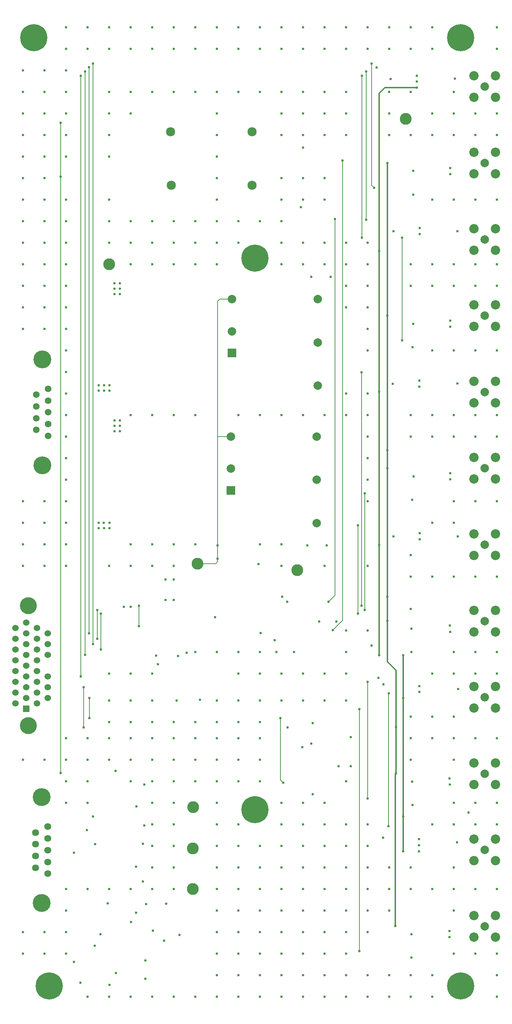
<source format=gbr>
%TF.GenerationSoftware,KiCad,Pcbnew,8.0.6*%
%TF.CreationDate,2025-05-14T12:37:58-04:00*%
%TF.ProjectId,TPC_Warm_Shaper,5450435f-5761-4726-9d5f-536861706572,rev?*%
%TF.SameCoordinates,Original*%
%TF.FileFunction,Copper,L6,Inr*%
%TF.FilePolarity,Positive*%
%FSLAX46Y46*%
G04 Gerber Fmt 4.6, Leading zero omitted, Abs format (unit mm)*
G04 Created by KiCad (PCBNEW 8.0.6) date 2025-05-14 12:37:58*
%MOMM*%
%LPD*%
G01*
G04 APERTURE LIST*
%TA.AperFunction,ComponentPad*%
%ADD10C,2.006600*%
%TD*%
%TA.AperFunction,ComponentPad*%
%ADD11C,2.209800*%
%TD*%
%TA.AperFunction,ComponentPad*%
%ADD12C,2.800000*%
%TD*%
%TA.AperFunction,ComponentPad*%
%ADD13C,1.635000*%
%TD*%
%TA.AperFunction,ComponentPad*%
%ADD14C,4.216000*%
%TD*%
%TA.AperFunction,ComponentPad*%
%ADD15C,2.159000*%
%TD*%
%TA.AperFunction,ComponentPad*%
%ADD16R,2.000000X2.000000*%
%TD*%
%TA.AperFunction,ComponentPad*%
%ADD17C,2.000000*%
%TD*%
%TA.AperFunction,ComponentPad*%
%ADD18C,1.560000*%
%TD*%
%TA.AperFunction,ComponentPad*%
%ADD19C,6.400000*%
%TD*%
%TA.AperFunction,ComponentPad*%
%ADD20C,4.000000*%
%TD*%
%TA.AperFunction,ComponentPad*%
%ADD21R,1.530000X1.530000*%
%TD*%
%TA.AperFunction,ComponentPad*%
%ADD22C,1.530000*%
%TD*%
%TA.AperFunction,ViaPad*%
%ADD23C,0.600000*%
%TD*%
%TA.AperFunction,Conductor*%
%ADD24C,0.300000*%
%TD*%
%TA.AperFunction,Conductor*%
%ADD25C,0.200000*%
%TD*%
G04 APERTURE END LIST*
D10*
%TO.N,/P_SHPR_6*%
%TO.C,J14*%
X225680000Y-229544999D03*
D11*
%TO.N,/PM3p3V_RTN*%
X228220000Y-227004999D03*
X223140000Y-227004999D03*
X223140000Y-232084999D03*
X228220000Y-232084999D03*
%TD*%
D10*
%TO.N,/M_SHPR_6*%
%TO.C,J13*%
X225680000Y-247544999D03*
D11*
%TO.N,/PM3p3V_RTN*%
X228220000Y-245004999D03*
X223140000Y-245004999D03*
X223140000Y-250084999D03*
X228220000Y-250084999D03*
%TD*%
D10*
%TO.N,/P_SHPR_5*%
%TO.C,J12*%
X225680000Y-193544999D03*
D11*
%TO.N,/PM3p3V_RTN*%
X228220000Y-191004999D03*
X223140000Y-191004999D03*
X223140000Y-196084999D03*
X228220000Y-196084999D03*
%TD*%
D10*
%TO.N,/M_SHPR_5*%
%TO.C,J11*%
X225680000Y-211544999D03*
D11*
%TO.N,/PM3p3V_RTN*%
X228220000Y-209004999D03*
X223140000Y-209004999D03*
X223140000Y-214084999D03*
X228220000Y-214084999D03*
%TD*%
D10*
%TO.N,/P_SHPR_4*%
%TO.C,J10*%
X225680000Y-157544999D03*
D11*
%TO.N,/PM3p3V_RTN*%
X228220000Y-155004999D03*
X223140000Y-155004999D03*
X223140000Y-160084999D03*
X228220000Y-160084999D03*
%TD*%
D10*
%TO.N,/M_SHPR_4*%
%TO.C,J9*%
X225680000Y-175544999D03*
D11*
%TO.N,/PM3p3V_RTN*%
X228220000Y-173004999D03*
X223140000Y-173004999D03*
X223140000Y-178084999D03*
X228220000Y-178084999D03*
%TD*%
D10*
%TO.N,/P_SHPR_3*%
%TO.C,J8*%
X225680000Y-121544999D03*
D11*
%TO.N,/PM3p3V_RTN*%
X228220000Y-119004999D03*
X223140000Y-119004999D03*
X223140000Y-124084999D03*
X228220000Y-124084999D03*
%TD*%
D10*
%TO.N,/M_SHPR_3*%
%TO.C,J7*%
X225680000Y-139544999D03*
D11*
%TO.N,/PM3p3V_RTN*%
X228220000Y-137004999D03*
X223140000Y-137004999D03*
X223140000Y-142084999D03*
X228220000Y-142084999D03*
%TD*%
D10*
%TO.N,/P_SHPR_2*%
%TO.C,J6*%
X225680000Y-85544999D03*
D11*
%TO.N,/PM3p3V_RTN*%
X228220000Y-83004999D03*
X223140000Y-83004999D03*
X223140000Y-88084999D03*
X228220000Y-88084999D03*
%TD*%
D10*
%TO.N,/M_SHPR_2*%
%TO.C,J5*%
X225680000Y-103544999D03*
D11*
%TO.N,/PM3p3V_RTN*%
X228220000Y-101004999D03*
X223140000Y-101004999D03*
X223140000Y-106084999D03*
X228220000Y-106084999D03*
%TD*%
D10*
%TO.N,/P_SHPR_1*%
%TO.C,J4*%
X225680000Y-49544999D03*
D11*
%TO.N,/PM3p3V_RTN*%
X228220000Y-47004999D03*
X223140000Y-47004999D03*
X223140000Y-52084999D03*
X228220000Y-52084999D03*
%TD*%
D10*
%TO.N,/M_SHPR_1*%
%TO.C,J3*%
X225680000Y-67544999D03*
D11*
%TO.N,/PM3p3V_RTN*%
X228220000Y-65004999D03*
X223140000Y-65004999D03*
X223140000Y-70084999D03*
X228220000Y-70084999D03*
%TD*%
D12*
%TO.N,/V_SEC_RTN*%
%TO.C,SEC_{RTN}*%
X181508400Y-163576000D03*
%TD*%
%TO.N,/TELEM_M5V*%
%TO.C,TELEM_{-5V}*%
X156870400Y-238709200D03*
%TD*%
D13*
%TO.N,/TELEM_RTN*%
%TO.C,J15*%
X122640000Y-235115000D03*
X122640000Y-232345000D03*
%TO.N,unconnected-(J15-Pad3)*%
X122640000Y-229575000D03*
%TO.N,/TELEM_RTN*%
X122640000Y-226805000D03*
X122640000Y-224035000D03*
%TO.N,/TELEM_M5V*%
X119800000Y-233730000D03*
X119800000Y-230960000D03*
%TO.N,/TELEM_P5V*%
X119800000Y-228190000D03*
X119800000Y-225420000D03*
D14*
%TO.N,GNDPWR*%
X121220000Y-217075000D03*
X121220000Y-242075000D03*
%TD*%
D15*
%TO.N,Net-(M2-Pad3)*%
%TO.C,P4*%
X170830000Y-60150000D03*
%TD*%
D12*
%TO.N,/TELEM_RTN*%
%TO.C,TELEM_{RTN}*%
X156870400Y-229209600D03*
%TD*%
%TO.N,/TELEM_RTN*%
%TO.C,TELEM_{RTN}*%
X207111600Y-57099200D03*
%TD*%
D16*
%TO.N,Net-(U1-+VIN)*%
%TO.C,U1*%
X166080000Y-112340000D03*
D17*
%TO.N,Net-(U1--VIN)*%
X166080000Y-107240000D03*
%TO.N,/P3p3V*%
X186380000Y-120040000D03*
%TO.N,unconnected-(U1-TRIM-Pad4)*%
X186380000Y-109840000D03*
%TO.N,/PM3p3V_RTN*%
X186380000Y-99640000D03*
%TO.N,/Main_CKT/Enable*%
X166080000Y-99640000D03*
%TD*%
D12*
%TO.N,/V_SEC_RTN*%
%TO.C,SEC_{RTN}*%
X137160000Y-91440000D03*
%TD*%
%TO.N,/Main_CKT/Enable*%
%TO.C,V_{EN}*%
X157940000Y-162040000D03*
%TD*%
D18*
%TO.N,/V_SEC_RTN*%
%TO.C,J2*%
X122790000Y-120780000D03*
X122790000Y-123550000D03*
%TO.N,unconnected-(J2-Pad3)*%
X122790000Y-126320000D03*
%TO.N,/V_SEC_RTN*%
X122790000Y-129090000D03*
X122790000Y-131860000D03*
%TO.N,/V_SEC_IN*%
X119950000Y-122165000D03*
X119950000Y-124935000D03*
X119950000Y-127705000D03*
X119950000Y-130475000D03*
D14*
%TO.N,GNDPWR*%
X121370000Y-113820000D03*
X121370000Y-138820000D03*
%TD*%
D19*
%TO.N,GNDPWR*%
%TO.C,H7*%
X123000000Y-261620000D03*
%TD*%
%TO.N,GNDPWR*%
%TO.C,H5*%
X119380000Y-38000000D03*
%TD*%
D12*
%TO.N,/TELEM_P5V*%
%TO.C,TELEM_{+5V}*%
X156921200Y-219456000D03*
%TD*%
D19*
%TO.N,GNDPWR*%
%TO.C,H1*%
X220000000Y-38000000D03*
%TD*%
D16*
%TO.N,Net-(U2-+VIN)*%
%TO.C,U2*%
X165807500Y-144730000D03*
D17*
%TO.N,Net-(U2--VIN)*%
X165807500Y-139630000D03*
%TO.N,/PM3p3V_RTN*%
X186107500Y-152430000D03*
%TO.N,unconnected-(U2-TRIM-Pad4)*%
X186107500Y-142230000D03*
%TO.N,/M3p3V*%
X186107500Y-132030000D03*
%TO.N,/Main_CKT/Enable*%
X165807500Y-132030000D03*
%TD*%
D19*
%TO.N,GNDPWR*%
%TO.C,H2*%
X171500000Y-90000000D03*
%TD*%
D15*
%TO.N,Net-(P1-Pad1)*%
%TO.C,P1*%
X151810600Y-72790000D03*
%TD*%
D19*
%TO.N,GNDPWR*%
%TO.C,H4*%
X220000000Y-261620000D03*
%TD*%
%TO.N,GNDPWR*%
%TO.C,H3*%
X171500000Y-220000000D03*
%TD*%
D15*
%TO.N,Net-(M1-Pad3)*%
%TO.C,P2*%
X170809800Y-72790000D03*
%TD*%
%TO.N,Net-(P3-Pad1)*%
%TO.C,P3*%
X151620000Y-60148000D03*
%TD*%
D20*
%TO.N,GNDPWR*%
%TO.C,J1*%
X118098000Y-171909500D03*
X118098000Y-200230500D03*
D21*
%TO.N,/i_Sense_6-*%
X117590000Y-196230000D03*
D22*
%TO.N,/TELEM_RTN*%
X115050000Y-194960000D03*
%TO.N,/i_Sense_6+*%
X117590000Y-193690000D03*
%TO.N,/TELEM_RTN*%
X115050000Y-192420000D03*
%TO.N,/i_Sense_5-*%
X117590000Y-191150000D03*
%TO.N,/TELEM_RTN*%
X115050000Y-189880000D03*
%TO.N,/i_Sense_5+*%
X117590000Y-188610000D03*
%TO.N,/TELEM_RTN*%
X115050000Y-187340000D03*
X115050000Y-184800000D03*
%TO.N,/i_Sense_4+*%
X117590000Y-183530000D03*
%TO.N,/TELEM_RTN*%
X115050000Y-182260000D03*
%TO.N,/i_Sense_3-*%
X117590000Y-180990000D03*
%TO.N,/TELEM_RTN*%
X115050000Y-179720000D03*
%TO.N,/i_Sense_3+*%
X117590000Y-178450000D03*
%TO.N,/TELEM_RTN*%
X115050000Y-177180000D03*
%TO.N,/Enable+*%
X117590000Y-175910000D03*
%TO.N,/TELEM_RTN*%
X120130000Y-194960000D03*
%TO.N,/P3p3V_MON*%
X122670000Y-193690000D03*
%TO.N,/TELEM_RTN*%
X120130000Y-192420000D03*
%TO.N,/M3p3V_MON*%
X122670000Y-191150000D03*
%TO.N,/TEMP_MON*%
X120130000Y-189880000D03*
%TO.N,/i_Sense_2-*%
X122670000Y-188610000D03*
%TO.N,/TELEM_RTN*%
X120130000Y-187340000D03*
%TO.N,/i_Sense_4-*%
X117590000Y-186070000D03*
%TO.N,/TELEM_RTN*%
X120130000Y-184800000D03*
%TO.N,/i_Sense_2+*%
X122670000Y-183530000D03*
%TO.N,/TELEM_RTN*%
X120130000Y-182260000D03*
%TO.N,/i_Sense_1-*%
X122670000Y-180990000D03*
%TO.N,/TELEM_RTN*%
X120130000Y-179720000D03*
%TO.N,/Enable-*%
X120130000Y-177180000D03*
%TO.N,/i_Sense_1+*%
X122670000Y-178450000D03*
%TD*%
D23*
%TO.N,/P3p3V*%
X206470000Y-183600000D03*
X200810000Y-121490000D03*
X206470000Y-193730000D03*
X200810000Y-183600000D03*
X209720000Y-49789999D03*
X206480000Y-221620000D03*
X200810000Y-157650000D03*
X210180000Y-229844999D03*
X206470000Y-229850000D03*
X200810000Y-88260000D03*
%TO.N,/PM3p3V_RTN*%
X188446000Y-157730000D03*
X189426000Y-94380000D03*
X221860000Y-220670000D03*
%TO.N,GNDPWR*%
X184796000Y-94380000D03*
X183886000Y-157730000D03*
%TO.N,/V_SEC_RTN*%
X187960000Y-40640000D03*
X218440000Y-152400000D03*
X121920000Y-66040000D03*
X127000000Y-147320000D03*
X147320000Y-81280000D03*
X157480000Y-157480000D03*
X213360000Y-60960000D03*
X121920000Y-152400000D03*
X139700000Y-129540000D03*
X187960000Y-35560000D03*
X116840000Y-152400000D03*
X127000000Y-45720000D03*
X167640000Y-50800000D03*
X138430000Y-98425000D03*
X127000000Y-50800000D03*
X177800000Y-157480000D03*
X223520000Y-111760000D03*
X142240000Y-55880000D03*
X121920000Y-162560000D03*
X182880000Y-86360000D03*
X127000000Y-60960000D03*
X162560000Y-60960000D03*
X208280000Y-40640000D03*
X228600000Y-147320000D03*
X198120000Y-101600000D03*
X172720000Y-50800000D03*
X116840000Y-81280000D03*
X150460000Y-165750000D03*
X198120000Y-162560000D03*
X142240000Y-35560000D03*
X116840000Y-96520000D03*
X198120000Y-121920000D03*
X198120000Y-91440000D03*
X213360000Y-96520000D03*
X228600000Y-165100000D03*
X223520000Y-55880000D03*
X127000000Y-106680000D03*
X139700000Y-130810000D03*
X147320000Y-50800000D03*
X127000000Y-40640000D03*
X228600000Y-35560000D03*
X223520000Y-147320000D03*
X162560000Y-81280000D03*
X193040000Y-40640000D03*
X116840000Y-86360000D03*
X132080000Y-40640000D03*
X182880000Y-40640000D03*
X116840000Y-71120000D03*
X147320000Y-86360000D03*
X177800000Y-76200000D03*
X228600000Y-60960000D03*
X116840000Y-91440000D03*
X152400000Y-157480000D03*
X203200000Y-55880000D03*
X213360000Y-55880000D03*
X182880000Y-60960000D03*
X208280000Y-96520000D03*
X139700000Y-98425000D03*
X198120000Y-106680000D03*
X187960000Y-76200000D03*
X121920000Y-81280000D03*
X132080000Y-35560000D03*
X213360000Y-165100000D03*
X228600000Y-132080000D03*
X137160000Y-81280000D03*
X198120000Y-35560000D03*
X203200000Y-40640000D03*
X193040000Y-35560000D03*
X213360000Y-152400000D03*
X193040000Y-86360000D03*
X218440000Y-165100000D03*
X193040000Y-121920000D03*
X162560000Y-50800000D03*
X208280000Y-132080000D03*
X203200000Y-35560000D03*
X152400000Y-86360000D03*
X127000000Y-157480000D03*
X218440000Y-127000000D03*
X223520000Y-96520000D03*
X193040000Y-55880000D03*
X157480000Y-127000000D03*
X172720000Y-40640000D03*
X208280000Y-127000000D03*
X157480000Y-35560000D03*
X177800000Y-86360000D03*
X121920000Y-76200000D03*
X138430000Y-130810000D03*
X218440000Y-76200000D03*
X127000000Y-127000000D03*
X147320000Y-162560000D03*
X193040000Y-101600000D03*
X121920000Y-71120000D03*
X198120000Y-142240000D03*
X121920000Y-101600000D03*
X177800000Y-35560000D03*
X152400000Y-40640000D03*
X218440000Y-132080000D03*
X127000000Y-96520000D03*
X167640000Y-81280000D03*
X147320000Y-35560000D03*
X157480000Y-86360000D03*
X198120000Y-96520000D03*
X127000000Y-91440000D03*
X223520000Y-127000000D03*
X228600000Y-55880000D03*
X142240000Y-91440000D03*
X127000000Y-111760000D03*
X193040000Y-127000000D03*
X187960000Y-55880000D03*
X172360000Y-162120000D03*
X198120000Y-86360000D03*
X127000000Y-137160000D03*
X142240000Y-162560000D03*
X138430000Y-128270000D03*
X137160000Y-162560000D03*
X137160000Y-35560000D03*
X193040000Y-96520000D03*
X138430000Y-97155000D03*
X142240000Y-81280000D03*
X177800000Y-60960000D03*
X142240000Y-50800000D03*
X162560000Y-66040000D03*
X127000000Y-132080000D03*
X172720000Y-127000000D03*
X208280000Y-91440000D03*
X152400000Y-162560000D03*
X142240000Y-127000000D03*
X203200000Y-50800000D03*
X223520000Y-76200000D03*
X218440000Y-111760000D03*
X223520000Y-165100000D03*
X127000000Y-86360000D03*
X127000000Y-66040000D03*
X121920000Y-106680000D03*
X198120000Y-137160000D03*
X167640000Y-127000000D03*
X177800000Y-60960000D03*
X142240000Y-86360000D03*
X147320000Y-91440000D03*
X152400000Y-81280000D03*
X228600000Y-111760000D03*
X172720000Y-35560000D03*
X218440000Y-91440000D03*
X127000000Y-101600000D03*
X152400000Y-35560000D03*
X116840000Y-50800000D03*
X218440000Y-60960000D03*
X177800000Y-91440000D03*
X187960000Y-60960000D03*
X193040000Y-60960000D03*
X198120000Y-111760000D03*
X152400000Y-127000000D03*
X223520000Y-132080000D03*
X137160000Y-55880000D03*
X127000000Y-121920000D03*
X152400000Y-91440000D03*
X182880000Y-35560000D03*
X147320000Y-157480000D03*
X127000000Y-116840000D03*
X127000000Y-35560000D03*
X218440000Y-55880000D03*
X182880000Y-76200000D03*
X142240000Y-40640000D03*
X177800000Y-55880000D03*
X137160000Y-60960000D03*
X187960000Y-127000000D03*
X208280000Y-165100000D03*
X187960000Y-71120000D03*
X193040000Y-50800000D03*
X152400000Y-50800000D03*
X228600000Y-76200000D03*
X157480000Y-40640000D03*
X213360000Y-111760000D03*
X116840000Y-45720000D03*
X121920000Y-60960000D03*
X218440000Y-50800000D03*
X116840000Y-60960000D03*
X198120000Y-121920000D03*
X228600000Y-96520000D03*
X121920000Y-86360000D03*
X198120000Y-132080000D03*
X203200000Y-60960000D03*
X139700000Y-128270000D03*
X223520000Y-91440000D03*
X172720000Y-157480000D03*
X218440000Y-147320000D03*
X121920000Y-91440000D03*
X228600000Y-91440000D03*
X138430000Y-129540000D03*
X162560000Y-76200000D03*
X187960000Y-50800000D03*
X177800000Y-50800000D03*
X121920000Y-55880000D03*
X116840000Y-76200000D03*
X147320000Y-40640000D03*
X139700000Y-95885000D03*
X182880000Y-50800000D03*
X162560000Y-35560000D03*
X162560000Y-86360000D03*
X147320000Y-127000000D03*
X152350000Y-165770000D03*
X137160000Y-86360000D03*
X198120000Y-127000000D03*
X139700000Y-97155000D03*
X182880000Y-55880000D03*
X182880000Y-127000000D03*
X177800000Y-40640000D03*
X162560000Y-71120000D03*
X187960000Y-86360000D03*
X127000000Y-55880000D03*
X116840000Y-101600000D03*
X167640000Y-86360000D03*
X177800000Y-81280000D03*
X127000000Y-142240000D03*
X127000000Y-76200000D03*
X157480000Y-81280000D03*
X121920000Y-147320000D03*
X157480000Y-50800000D03*
X137160000Y-66040000D03*
X137160000Y-40640000D03*
X138430000Y-95885000D03*
X182880000Y-91440000D03*
X208280000Y-50800000D03*
X121920000Y-50800000D03*
X127000000Y-81280000D03*
X213360000Y-132080000D03*
X213360000Y-76200000D03*
X187960000Y-91440000D03*
X162560000Y-55880000D03*
X223520000Y-60960000D03*
X121920000Y-96520000D03*
X218440000Y-96520000D03*
X121920000Y-45720000D03*
X228600000Y-40640000D03*
X198120000Y-40640000D03*
X193040000Y-91440000D03*
X121920000Y-157480000D03*
X116840000Y-106680000D03*
X116840000Y-66040000D03*
X213360000Y-40640000D03*
X213360000Y-91440000D03*
X157480000Y-91440000D03*
X116840000Y-55880000D03*
X127000000Y-152400000D03*
X177800000Y-127000000D03*
X177800000Y-162560000D03*
X162560000Y-91440000D03*
X142240000Y-157480000D03*
X228600000Y-127000000D03*
X213360000Y-127000000D03*
X208280000Y-160020000D03*
X116840000Y-162560000D03*
X116840000Y-157480000D03*
X167640000Y-35560000D03*
X162560000Y-40640000D03*
X137160000Y-50800000D03*
X198120000Y-147320000D03*
X137160000Y-76200000D03*
X213360000Y-35560000D03*
X177800000Y-71120000D03*
X187960000Y-162560000D03*
X127000000Y-162560000D03*
X182880000Y-71120000D03*
X208280000Y-35560000D03*
X172720000Y-81280000D03*
X116840000Y-147320000D03*
X167640000Y-40640000D03*
X208280000Y-60960000D03*
%TO.N,/M3p3V*%
X177980000Y-169790000D03*
X202750000Y-169790000D03*
X204800000Y-200580000D03*
X202770000Y-103530000D03*
X204620000Y-247480000D03*
X204770000Y-211500000D03*
X202760000Y-139540000D03*
X202760000Y-175480000D03*
X202770000Y-135310000D03*
X202770000Y-67540000D03*
%TO.N,/V_SEC_IN*%
X134720000Y-121250000D03*
X134682500Y-153660000D03*
X134682500Y-152390000D03*
X137260000Y-119980000D03*
X135990000Y-121250000D03*
X137222500Y-153660000D03*
X135952500Y-153660000D03*
X135990000Y-119980000D03*
X135902500Y-152390000D03*
X134720000Y-119980000D03*
X137260000Y-121250000D03*
X137222500Y-152390000D03*
%TO.N,/TELEM_RTN*%
X145130000Y-236970000D03*
X228600000Y-223520000D03*
X182880000Y-218440000D03*
X198120000Y-233680000D03*
X142240000Y-203200000D03*
X218440000Y-223520000D03*
X198120000Y-243840000D03*
X219470000Y-191614999D03*
X121920000Y-208280000D03*
X217570000Y-68694999D03*
X218440000Y-198120000D03*
X228600000Y-254000000D03*
X136786200Y-242165000D03*
X145140000Y-228080000D03*
X167640000Y-248920000D03*
X208280000Y-172720000D03*
X147320000Y-203200000D03*
X187960000Y-233680000D03*
X157480000Y-203200000D03*
X157480000Y-182880000D03*
X208280000Y-259080000D03*
X203200000Y-264160000D03*
X176580000Y-182880000D03*
X167640000Y-259080000D03*
X193040000Y-259080000D03*
X127000000Y-248920000D03*
X182880000Y-233680000D03*
X152400000Y-238760000D03*
X193040000Y-254000000D03*
X223520000Y-254000000D03*
X132080000Y-218440000D03*
X218440000Y-187960000D03*
X167640000Y-228600000D03*
X213360000Y-203200000D03*
X172720000Y-254000000D03*
X193040000Y-177800000D03*
X142240000Y-208280000D03*
X147320000Y-187960000D03*
X182880000Y-238760000D03*
X132080000Y-264160000D03*
X198120000Y-223520000D03*
X147320000Y-203200000D03*
X172720000Y-233680000D03*
X208570000Y-213394999D03*
X187960000Y-187960000D03*
X177800000Y-243840000D03*
X162560000Y-228600000D03*
X203200000Y-233680000D03*
X217600000Y-104689999D03*
X213360000Y-259080000D03*
X162560000Y-223520000D03*
X130376200Y-260865000D03*
X167640000Y-182880000D03*
X198120000Y-259080000D03*
X127000000Y-213360000D03*
X213360000Y-198120000D03*
X223520000Y-182880000D03*
X147320000Y-199390000D03*
X228600000Y-238760000D03*
X198120000Y-177800000D03*
X209730000Y-48339999D03*
X147320000Y-218440000D03*
X137160000Y-199390000D03*
X172720000Y-259080000D03*
X172720000Y-187960000D03*
X210290000Y-120254999D03*
X152400000Y-223520000D03*
X223520000Y-203200000D03*
X187960000Y-259080000D03*
X203200000Y-238760000D03*
X218440000Y-243840000D03*
X162560000Y-233680000D03*
X148695476Y-185749999D03*
X157480000Y-213360000D03*
X127000000Y-208280000D03*
X177800000Y-254000000D03*
X208470000Y-182894999D03*
X176190000Y-180100000D03*
X162560000Y-238760000D03*
X213360000Y-223520000D03*
X187960000Y-228600000D03*
X157480000Y-199390000D03*
X116840000Y-208280000D03*
X217450000Y-212659999D03*
X208460000Y-177384999D03*
X182880000Y-254000000D03*
X127000000Y-218440000D03*
X208280000Y-203200000D03*
X121920000Y-254000000D03*
X152400000Y-199390000D03*
X193040000Y-248920000D03*
X167640000Y-194310000D03*
X223520000Y-223520000D03*
X127000000Y-238760000D03*
X203200000Y-243840000D03*
X172720000Y-208280000D03*
X177800000Y-228600000D03*
X204198000Y-155624999D03*
X185180000Y-199630000D03*
X219270000Y-119534999D03*
X210420000Y-84289999D03*
X152400000Y-213360000D03*
X147320000Y-213360000D03*
X147320000Y-194310000D03*
X167640000Y-213360000D03*
X193040000Y-187960000D03*
X167640000Y-208280000D03*
X172720000Y-213360000D03*
X132080000Y-238760000D03*
X182880000Y-243840000D03*
X172720000Y-243840000D03*
X148265476Y-183690000D03*
X218680000Y-47664999D03*
X162560000Y-248920000D03*
X157480000Y-264160000D03*
X182880000Y-194310000D03*
X147320000Y-194310000D03*
X162560000Y-208280000D03*
X198120000Y-238760000D03*
X208890000Y-74959999D03*
X172720000Y-238760000D03*
X116840000Y-254000000D03*
X177800000Y-259080000D03*
X167640000Y-238760000D03*
X217370000Y-248649999D03*
X182720000Y-205310000D03*
X187960000Y-254000000D03*
X201780000Y-226610000D03*
X187960000Y-243840000D03*
X193040000Y-223520000D03*
X218440000Y-208280000D03*
X142240000Y-264160000D03*
X208820000Y-105434999D03*
X182880000Y-264160000D03*
X172720000Y-203200000D03*
X147320000Y-199390000D03*
X208700000Y-110954999D03*
X204070000Y-119619999D03*
X147320000Y-228600000D03*
X147320000Y-233680000D03*
X182850000Y-63940000D03*
X210340000Y-192284999D03*
X210190000Y-228394999D03*
X167640000Y-264160000D03*
X177800000Y-238760000D03*
X218440000Y-203200000D03*
X187960000Y-223520000D03*
X177800000Y-248920000D03*
X167640000Y-203200000D03*
X162560000Y-182880000D03*
X172720000Y-199390000D03*
X162560000Y-264160000D03*
X142240000Y-238760000D03*
X167640000Y-187960000D03*
X152350000Y-170580000D03*
X172720000Y-264160000D03*
X219230000Y-227724999D03*
X150470000Y-170610000D03*
X142316200Y-246515000D03*
X208460000Y-254914999D03*
X208280000Y-264160000D03*
X218440000Y-233680000D03*
X133820000Y-228120000D03*
X153075476Y-194250000D03*
X127000000Y-203200000D03*
X152400000Y-208280000D03*
X182880000Y-187960000D03*
X213360000Y-264160000D03*
X187960000Y-218440000D03*
X218440000Y-182880000D03*
X162560000Y-213360000D03*
X127000000Y-243840000D03*
X193040000Y-228600000D03*
X187960000Y-248920000D03*
X147320000Y-223520000D03*
X208710000Y-218930000D03*
X152400000Y-233680000D03*
X177800000Y-233680000D03*
X187960000Y-194310000D03*
X208280000Y-238760000D03*
X147320000Y-238760000D03*
X172720000Y-228600000D03*
X172720000Y-182880000D03*
X162560000Y-199390000D03*
X167640000Y-233680000D03*
X217530000Y-176629999D03*
X167640000Y-223520000D03*
X142240000Y-199390000D03*
X198120000Y-228600000D03*
X193040000Y-194310000D03*
X162560000Y-199390000D03*
X157480000Y-208280000D03*
X198120000Y-264160000D03*
X208280000Y-233680000D03*
X162560000Y-243840000D03*
X208280000Y-208280000D03*
X187960000Y-264160000D03*
X167640000Y-243840000D03*
X193040000Y-264160000D03*
X219390000Y-155574999D03*
X121920000Y-248920000D03*
X210418000Y-156259999D03*
X213360000Y-238760000D03*
X167640000Y-254000000D03*
X213360000Y-187960000D03*
X177800000Y-187960000D03*
X162560000Y-254000000D03*
X142240000Y-187960000D03*
X162560000Y-218440000D03*
X228600000Y-264160000D03*
X152400000Y-218440000D03*
X218440000Y-218440000D03*
X167640000Y-199390000D03*
X162560000Y-259080000D03*
X172720000Y-194310000D03*
X152400000Y-228600000D03*
X218440000Y-254000000D03*
X208280000Y-198120000D03*
X193040000Y-238760000D03*
X228600000Y-182880000D03*
X135116200Y-249380000D03*
X128880000Y-230150000D03*
X218440000Y-238760000D03*
X198120000Y-248920000D03*
X177800000Y-264160000D03*
X177800000Y-223520000D03*
X193040000Y-243840000D03*
X177800000Y-218440000D03*
X208620000Y-146964999D03*
X182390000Y-77960000D03*
X190730000Y-175700000D03*
X182880000Y-223520000D03*
X223520000Y-218440000D03*
X223520000Y-238760000D03*
X152400000Y-264160000D03*
X147320000Y-208280000D03*
X132080000Y-203200000D03*
X217600000Y-140689999D03*
X194160000Y-209790000D03*
X193040000Y-233680000D03*
X137226200Y-261375000D03*
X223520000Y-187960000D03*
X137160000Y-238760000D03*
X204200000Y-83654999D03*
X145420000Y-214110000D03*
X203200000Y-259080000D03*
X177800000Y-194310000D03*
X162560000Y-194310000D03*
X193040000Y-182880000D03*
X208440000Y-249394999D03*
X228600000Y-218440000D03*
X137160000Y-208280000D03*
X137160000Y-187960000D03*
X182880000Y-228600000D03*
X208940000Y-141439999D03*
X137160000Y-203200000D03*
X142240000Y-213360000D03*
X138640000Y-210880000D03*
X145666200Y-259885000D03*
X201840000Y-190500000D03*
X182880000Y-248920000D03*
X137160000Y-194310000D03*
X152400000Y-203200000D03*
X132080000Y-213360000D03*
X228600000Y-203200000D03*
X228600000Y-187960000D03*
X147320000Y-187960000D03*
X127000000Y-254000000D03*
X116840000Y-248920000D03*
X172720000Y-248920000D03*
X147320000Y-264160000D03*
X194160000Y-202930000D03*
X132080000Y-208280000D03*
X203510000Y-47704999D03*
X142240000Y-194310000D03*
X228600000Y-259080000D03*
X131910000Y-224810000D03*
X145430000Y-223710000D03*
X182880000Y-259080000D03*
X185140000Y-216380000D03*
X219260000Y-83619999D03*
X172870000Y-178340000D03*
X155405476Y-182990000D03*
X208835000Y-69429999D03*
X132080000Y-203200000D03*
X187960000Y-238760000D03*
X162560000Y-203200000D03*
X193040000Y-213360000D03*
X137160000Y-264160000D03*
X140660000Y-172170000D03*
%TO.N,/i_Sense_1+*%
X200260000Y-44990000D03*
X132420000Y-44970000D03*
X132420000Y-178460000D03*
%TO.N,/i_Sense_2+*%
X131450000Y-45910000D03*
X197760000Y-80950000D03*
X131450000Y-183540000D03*
X197760000Y-45910000D03*
%TO.N,/TELEM_P5V*%
X133350000Y-221600000D03*
X150576200Y-242235000D03*
X125720000Y-211410000D03*
X158560000Y-194110000D03*
X125730000Y-70770000D03*
X186700000Y-175700000D03*
X125730000Y-58070000D03*
X145666200Y-255625000D03*
X162110000Y-174650000D03*
X153716200Y-249575000D03*
X133796200Y-252115000D03*
%TO.N,/TELEM_M5V*%
X128880000Y-255940000D03*
X180770000Y-182880000D03*
X138730000Y-258515000D03*
%TO.N,/i_Sense_3+*%
X144150000Y-176790000D03*
X196660000Y-116920000D03*
X144150000Y-171930000D03*
X196670000Y-171930000D03*
%TO.N,/i_Sense_4+*%
X195830000Y-173800000D03*
X195830000Y-152930000D03*
X135200000Y-173800000D03*
X135200000Y-182270000D03*
%TO.N,/i_Sense_5+*%
X200640000Y-188950000D03*
%TO.N,/i_Sense_6+*%
X203050000Y-223930000D03*
X203080000Y-192590000D03*
%TO.N,/i_Sense_1-*%
X199670000Y-73400000D03*
X133360000Y-181010000D03*
X133357380Y-44063928D03*
X199060000Y-44070000D03*
%TO.N,/i_Sense_2-*%
X206270000Y-85190000D03*
X196790000Y-85190000D03*
X130470000Y-188620000D03*
X206274999Y-109404999D03*
X196790000Y-46940000D03*
X130470000Y-46940000D03*
%TO.N,/i_Sense_3-*%
X134350000Y-179710000D03*
X197410000Y-172910000D03*
X134360000Y-172920000D03*
X197410000Y-145404999D03*
%TO.N,/i_Sense_4-*%
X199010000Y-181350000D03*
%TO.N,/i_Sense_5-*%
X198140000Y-189900000D03*
X198130000Y-217370000D03*
%TO.N,/i_Sense_6-*%
X196180000Y-253370000D03*
X196180000Y-196340000D03*
%TO.N,Net-(U17A-A_OUT)*%
X179120000Y-171010000D03*
X190440000Y-80790000D03*
X188910000Y-171020000D03*
%TO.N,Net-(U17B-B_OUT)*%
X192210000Y-66960000D03*
X189890000Y-177690000D03*
%TO.N,/TELEM_P3p3V*%
X210418000Y-154859999D03*
X210340000Y-190884999D03*
X210190000Y-226994999D03*
X217380000Y-250119999D03*
X210290000Y-118854999D03*
X217460000Y-214129999D03*
X209730000Y-46939999D03*
X142210000Y-172150000D03*
X217610000Y-142159999D03*
X217610000Y-106159999D03*
X153375476Y-183820000D03*
X184780000Y-204410000D03*
X143570000Y-219300000D03*
X217540000Y-178099999D03*
X217580000Y-70164999D03*
X210420000Y-82889999D03*
%TO.N,/TELEM_M3p3V*%
X143530000Y-233450000D03*
X191210000Y-209790000D03*
%TO.N,Net-(LED1-Pad2)*%
X150106199Y-250914999D03*
%TO.N,Net-(LED1-Pad1)*%
X147476199Y-248594999D03*
%TO.N,Net-(LED2-Pad1)*%
X143486200Y-244345000D03*
%TO.N,Net-(LED2-Pad2)*%
X145836200Y-242255000D03*
%TO.N,/Main_CKT/Enable*%
X162740000Y-157720000D03*
X162740000Y-160850000D03*
%TO.N,/P3p3V_MON*%
X132530000Y-198410000D03*
X132530000Y-193700000D03*
X178230000Y-213670000D03*
X177570000Y-198410000D03*
%TO.N,/M3p3V_MON*%
X179200000Y-200600000D03*
X131149881Y-200600833D03*
X131150000Y-191160000D03*
%TD*%
D24*
%TO.N,/P3p3V*%
X206470000Y-193730000D02*
X206470000Y-183600000D01*
X200810000Y-88260000D02*
X200810000Y-51120000D01*
X200810000Y-181360000D02*
X200810000Y-183600000D01*
X202140001Y-49789999D02*
X209720000Y-49789999D01*
X200810000Y-51120000D02*
X202140001Y-49789999D01*
X200810000Y-131530000D02*
X200810000Y-157650000D01*
X200810000Y-157650000D02*
X200810000Y-181360000D01*
X206470000Y-193730000D02*
X206470000Y-229850000D01*
X200810000Y-121490000D02*
X200810000Y-131530000D01*
X206470000Y-193730000D02*
X206470000Y-193740000D01*
X200810000Y-120040000D02*
X200810000Y-88260000D01*
X200810000Y-120040000D02*
X200810000Y-121490000D01*
%TO.N,/M3p3V*%
X202760000Y-169800000D02*
X202760000Y-175480000D01*
X202770000Y-103530000D02*
X202770000Y-139530000D01*
X202760000Y-185170000D02*
X202760000Y-175480000D01*
X202760000Y-169780000D02*
X202750000Y-169790000D01*
X202750000Y-169790000D02*
X202760000Y-169800000D01*
X204620000Y-211650000D02*
X204620000Y-247480000D01*
X202770000Y-139530000D02*
X202760000Y-139540000D01*
X202760000Y-139540000D02*
X202760000Y-169780000D01*
X204770000Y-187180000D02*
X204770000Y-211500000D01*
X202770000Y-67540000D02*
X202770000Y-103530000D01*
X202760000Y-185170000D02*
X204770000Y-187180000D01*
X204770000Y-211500000D02*
X204620000Y-211650000D01*
D25*
%TO.N,/i_Sense_1+*%
X132420000Y-44970000D02*
X132420000Y-178460000D01*
%TO.N,/i_Sense_2+*%
X131450000Y-45910000D02*
X131450000Y-183540000D01*
X197760000Y-80950000D02*
X197760000Y-45910000D01*
%TO.N,/TELEM_P5V*%
X125730000Y-70770000D02*
X125730000Y-211400000D01*
X125730000Y-211400000D02*
X125720000Y-211410000D01*
X125730000Y-70770000D02*
X125730000Y-58070000D01*
%TO.N,/i_Sense_3+*%
X144150000Y-171930000D02*
X144150000Y-176790000D01*
X196660000Y-171920000D02*
X196670000Y-171930000D01*
X196660000Y-116920000D02*
X196660000Y-171920000D01*
%TO.N,/i_Sense_4+*%
X135200000Y-173800000D02*
X135200000Y-182270000D01*
X195830000Y-152930000D02*
X195830000Y-173800000D01*
%TO.N,/i_Sense_6+*%
X203060000Y-192610000D02*
X203080000Y-192590000D01*
X203060000Y-216630000D02*
X203060000Y-192610000D01*
X203050000Y-218880000D02*
X203050000Y-220860000D01*
X203050000Y-218880000D02*
X203050000Y-216640000D01*
X203050000Y-220860000D02*
X203050000Y-223930000D01*
X203050000Y-216640000D02*
X203060000Y-216630000D01*
%TO.N,/i_Sense_1-*%
X133357380Y-44063928D02*
X133357380Y-181007380D01*
X199060000Y-72790000D02*
X199060000Y-44070000D01*
X199670000Y-73400000D02*
X199060000Y-72790000D01*
X133357380Y-181007380D02*
X133360000Y-181010000D01*
%TO.N,/i_Sense_2-*%
X196790000Y-85190000D02*
X196790000Y-46940000D01*
X206270000Y-85190000D02*
X206274999Y-85194999D01*
X130470000Y-46940000D02*
X130470000Y-188620000D01*
X206274999Y-109404999D02*
X206270000Y-85190000D01*
%TO.N,/i_Sense_3-*%
X134350000Y-179710000D02*
X134350000Y-172930000D01*
X197410000Y-172910000D02*
X197410000Y-172920000D01*
X134350000Y-172930000D02*
X134360000Y-172920000D01*
X197410000Y-145404999D02*
X197410000Y-172910000D01*
%TO.N,/i_Sense_5-*%
X198130000Y-189910000D02*
X198140000Y-189900000D01*
X198130000Y-217370000D02*
X198130000Y-189910000D01*
%TO.N,/i_Sense_6-*%
X196180000Y-253370000D02*
X196180000Y-196340000D01*
%TO.N,Net-(U17A-A_OUT)*%
X188910000Y-171020000D02*
X190440000Y-169490000D01*
X190440000Y-169490000D02*
X190440000Y-80790000D01*
%TO.N,Net-(U17B-B_OUT)*%
X192210000Y-175370000D02*
X192210000Y-66960000D01*
X189890000Y-177690000D02*
X192210000Y-175370000D01*
%TO.N,/Main_CKT/Enable*%
X165807500Y-132030000D02*
X162750000Y-132030000D01*
X157950000Y-162030000D02*
X157940000Y-162040000D01*
X162740000Y-160850000D02*
X162740000Y-161550000D01*
X162740000Y-132020000D02*
X162740000Y-100160000D01*
X162750000Y-132030000D02*
X162740000Y-132020000D01*
X162740000Y-157720000D02*
X162740000Y-160850000D01*
X162260000Y-162030000D02*
X157950000Y-162030000D01*
X162740000Y-161550000D02*
X162260000Y-162030000D01*
X162740000Y-157590000D02*
X162740000Y-157720000D01*
X163260000Y-99640000D02*
X166080000Y-99640000D01*
X162740000Y-100160000D02*
X163260000Y-99640000D01*
X162740000Y-157590000D02*
X162740000Y-132020000D01*
%TO.N,/P3p3V_MON*%
X178230000Y-213670000D02*
X177570000Y-213010000D01*
X177570000Y-213010000D02*
X177570000Y-198410000D01*
X132530000Y-198410000D02*
X132530000Y-193700000D01*
%TO.N,/M3p3V_MON*%
X131150000Y-200600714D02*
X131150000Y-191160000D01*
X131149881Y-200600833D02*
X131150000Y-200600714D01*
%TD*%
M02*

</source>
